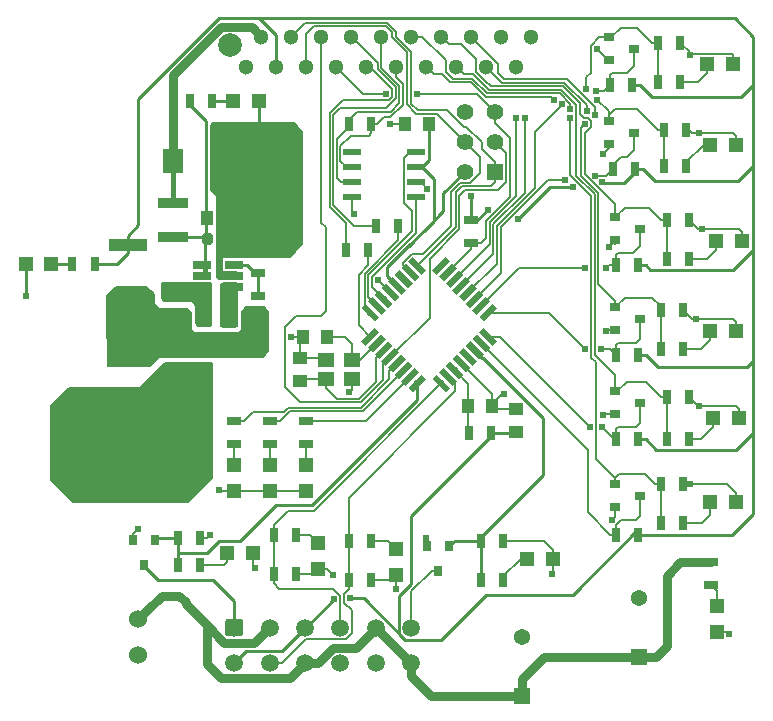
<source format=gtl>
G04 #@! TF.GenerationSoftware,KiCad,Pcbnew,5.1.4-e60b266~84~ubuntu18.04.1*
G04 #@! TF.CreationDate,2019-12-02T22:04:49-05:00*
G04 #@! TF.ProjectId,AIR_control,4149525f-636f-46e7-9472-6f6c2e6b6963,rev?*
G04 #@! TF.SameCoordinates,Original*
G04 #@! TF.FileFunction,Copper,L1,Top*
G04 #@! TF.FilePolarity,Positive*
%FSLAX46Y46*%
G04 Gerber Fmt 4.6, Leading zero omitted, Abs format (unit mm)*
G04 Created by KiCad (PCBNEW 5.1.4-e60b266~84~ubuntu18.04.1) date 2019-12-02 22:04:49*
%MOMM*%
%LPD*%
G04 APERTURE LIST*
%ADD10C,2.000000*%
%ADD11C,1.300000*%
%ADD12C,0.100000*%
%ADD13C,1.500000*%
%ADD14C,1.400000*%
%ADD15R,1.400000X1.400000*%
%ADD16R,0.900000X0.800000*%
%ADD17R,0.700000X1.300000*%
%ADD18R,1.200000X1.200000*%
%ADD19C,1.371600*%
%ADD20R,1.371600X1.371600*%
%ADD21R,0.800000X0.900000*%
%ADD22R,1.000000X1.250000*%
%ADD23R,1.550000X0.600000*%
%ADD24R,1.300000X0.700000*%
%ADD25R,1.250000X1.000000*%
%ADD26C,0.550000*%
%ADD27R,1.400000X1.200000*%
%ADD28R,3.500000X1.780000*%
%ADD29R,2.500000X0.900000*%
%ADD30R,2.000000X1.200000*%
%ADD31R,3.200000X1.000000*%
%ADD32R,1.600000X1.000000*%
%ADD33R,1.778000X2.159000*%
%ADD34C,0.875000*%
%ADD35R,1.560000X0.650000*%
%ADD36C,1.524000*%
%ADD37C,0.609600*%
%ADD38C,0.800000*%
%ADD39C,0.152400*%
%ADD40C,0.250000*%
%ADD41C,0.381000*%
%ADD42C,0.254000*%
%ADD43C,0.762000*%
G04 APERTURE END LIST*
D10*
X118996000Y-52810000D03*
D11*
X144526000Y-52070000D03*
X143256000Y-54610000D03*
X141986000Y-52070000D03*
X140716000Y-54610000D03*
X139446000Y-52070000D03*
X138176000Y-54610000D03*
X136906000Y-52070000D03*
X135636000Y-54610000D03*
X134366000Y-52070000D03*
X133096000Y-54610000D03*
X131826000Y-52070000D03*
X130556000Y-54610000D03*
X129286000Y-52070000D03*
X126746000Y-52070000D03*
X124206000Y-52070000D03*
X121666000Y-52070000D03*
X128016000Y-54610000D03*
X120396000Y-54610000D03*
X122936000Y-54610000D03*
X125476000Y-54610000D03*
D12*
G36*
X119904504Y-101359204D02*
G01*
X119928773Y-101362804D01*
X119952571Y-101368765D01*
X119975671Y-101377030D01*
X119997849Y-101387520D01*
X120018893Y-101400133D01*
X120038598Y-101414747D01*
X120056777Y-101431223D01*
X120073253Y-101449402D01*
X120087867Y-101469107D01*
X120100480Y-101490151D01*
X120110970Y-101512329D01*
X120119235Y-101535429D01*
X120125196Y-101559227D01*
X120128796Y-101583496D01*
X120130000Y-101608000D01*
X120130000Y-102608000D01*
X120128796Y-102632504D01*
X120125196Y-102656773D01*
X120119235Y-102680571D01*
X120110970Y-102703671D01*
X120100480Y-102725849D01*
X120087867Y-102746893D01*
X120073253Y-102766598D01*
X120056777Y-102784777D01*
X120038598Y-102801253D01*
X120018893Y-102815867D01*
X119997849Y-102828480D01*
X119975671Y-102838970D01*
X119952571Y-102847235D01*
X119928773Y-102853196D01*
X119904504Y-102856796D01*
X119880000Y-102858000D01*
X118880000Y-102858000D01*
X118855496Y-102856796D01*
X118831227Y-102853196D01*
X118807429Y-102847235D01*
X118784329Y-102838970D01*
X118762151Y-102828480D01*
X118741107Y-102815867D01*
X118721402Y-102801253D01*
X118703223Y-102784777D01*
X118686747Y-102766598D01*
X118672133Y-102746893D01*
X118659520Y-102725849D01*
X118649030Y-102703671D01*
X118640765Y-102680571D01*
X118634804Y-102656773D01*
X118631204Y-102632504D01*
X118630000Y-102608000D01*
X118630000Y-101608000D01*
X118631204Y-101583496D01*
X118634804Y-101559227D01*
X118640765Y-101535429D01*
X118649030Y-101512329D01*
X118659520Y-101490151D01*
X118672133Y-101469107D01*
X118686747Y-101449402D01*
X118703223Y-101431223D01*
X118721402Y-101414747D01*
X118741107Y-101400133D01*
X118762151Y-101387520D01*
X118784329Y-101377030D01*
X118807429Y-101368765D01*
X118831227Y-101362804D01*
X118855496Y-101359204D01*
X118880000Y-101358000D01*
X119880000Y-101358000D01*
X119904504Y-101359204D01*
X119904504Y-101359204D01*
G37*
D13*
X119380000Y-102108000D03*
X122380000Y-102108000D03*
X125380000Y-102108000D03*
X128380000Y-102108000D03*
X131380000Y-102108000D03*
X134380000Y-102108000D03*
X119380000Y-105108000D03*
X122380000Y-105108000D03*
X125380000Y-105108000D03*
X128380000Y-105108000D03*
X131380000Y-105108000D03*
X134380000Y-105108000D03*
D14*
X138938000Y-58420000D03*
X141478000Y-58420000D03*
X138938000Y-60960000D03*
X141478000Y-60960000D03*
X138938000Y-63500000D03*
D15*
X141478000Y-63500000D03*
D16*
X151096000Y-52136000D03*
X151096000Y-54036000D03*
X153196000Y-53086000D03*
D17*
X157414000Y-75184000D03*
X155514000Y-75184000D03*
X151704000Y-78994000D03*
X153604000Y-78994000D03*
D16*
X153704000Y-75946000D03*
X151604000Y-76896000D03*
X151604000Y-74996000D03*
D17*
X155514000Y-78486000D03*
X157414000Y-78486000D03*
D18*
X159682000Y-76962000D03*
X161882000Y-76962000D03*
D17*
X116520000Y-96774000D03*
X114620000Y-96774000D03*
D19*
X153670000Y-99568000D03*
D20*
X153670000Y-104571800D03*
X143764000Y-107873800D03*
D19*
X143764000Y-102870000D03*
D21*
X112710000Y-94708000D03*
X110810000Y-94708000D03*
X111760000Y-96808000D03*
D22*
X125238000Y-77470000D03*
X127238000Y-77470000D03*
D23*
X129380000Y-65659000D03*
X129380000Y-64389000D03*
X129380000Y-63119000D03*
X129380000Y-61849000D03*
X134780000Y-61849000D03*
X134780000Y-63119000D03*
X134780000Y-64389000D03*
X134780000Y-65659000D03*
D17*
X122748000Y-97536000D03*
X124648000Y-97536000D03*
X114620000Y-94488000D03*
X116520000Y-94488000D03*
X129098000Y-98044000D03*
X130998000Y-98044000D03*
D24*
X139446000Y-67630000D03*
X139446000Y-69530000D03*
D17*
X130998000Y-59436000D03*
X129098000Y-59436000D03*
D16*
X153704000Y-68326000D03*
X151604000Y-69276000D03*
X151604000Y-67376000D03*
D25*
X124968000Y-81264000D03*
X124968000Y-79264000D03*
D17*
X153096000Y-56134000D03*
X151196000Y-56134000D03*
X130998000Y-94742000D03*
X129098000Y-94742000D03*
X157160000Y-55880000D03*
X155260000Y-55880000D03*
D18*
X119380000Y-88308000D03*
X119380000Y-90508000D03*
X125476000Y-90508000D03*
X125476000Y-88308000D03*
D26*
X136915305Y-71468897D03*
D12*
G36*
X136544074Y-72229037D02*
G01*
X136155165Y-71840128D01*
X137286536Y-70708757D01*
X137675445Y-71097666D01*
X136544074Y-72229037D01*
X136544074Y-72229037D01*
G37*
D26*
X137480990Y-72034583D03*
D12*
G36*
X137109759Y-72794723D02*
G01*
X136720850Y-72405814D01*
X137852221Y-71274443D01*
X138241130Y-71663352D01*
X137109759Y-72794723D01*
X137109759Y-72794723D01*
G37*
D26*
X138046676Y-72600268D03*
D12*
G36*
X137675445Y-73360408D02*
G01*
X137286536Y-72971499D01*
X138417907Y-71840128D01*
X138806816Y-72229037D01*
X137675445Y-73360408D01*
X137675445Y-73360408D01*
G37*
D26*
X138612361Y-73165953D03*
D12*
G36*
X138241130Y-73926093D02*
G01*
X137852221Y-73537184D01*
X138983592Y-72405813D01*
X139372501Y-72794722D01*
X138241130Y-73926093D01*
X138241130Y-73926093D01*
G37*
D26*
X139178047Y-73731639D03*
D12*
G36*
X138806816Y-74491779D02*
G01*
X138417907Y-74102870D01*
X139549278Y-72971499D01*
X139938187Y-73360408D01*
X138806816Y-74491779D01*
X138806816Y-74491779D01*
G37*
D26*
X139743732Y-74297324D03*
D12*
G36*
X139372501Y-75057464D02*
G01*
X138983592Y-74668555D01*
X140114963Y-73537184D01*
X140503872Y-73926093D01*
X139372501Y-75057464D01*
X139372501Y-75057464D01*
G37*
D26*
X140309417Y-74863010D03*
D12*
G36*
X139938186Y-75623150D02*
G01*
X139549277Y-75234241D01*
X140680648Y-74102870D01*
X141069557Y-74491779D01*
X139938186Y-75623150D01*
X139938186Y-75623150D01*
G37*
D26*
X140875103Y-75428695D03*
D12*
G36*
X140503872Y-76188835D02*
G01*
X140114963Y-75799926D01*
X141246334Y-74668555D01*
X141635243Y-75057464D01*
X140503872Y-76188835D01*
X140503872Y-76188835D01*
G37*
D26*
X140875103Y-77479305D03*
D12*
G36*
X140114963Y-77108074D02*
G01*
X140503872Y-76719165D01*
X141635243Y-77850536D01*
X141246334Y-78239445D01*
X140114963Y-77108074D01*
X140114963Y-77108074D01*
G37*
D26*
X140309417Y-78044990D03*
D12*
G36*
X139549277Y-77673759D02*
G01*
X139938186Y-77284850D01*
X141069557Y-78416221D01*
X140680648Y-78805130D01*
X139549277Y-77673759D01*
X139549277Y-77673759D01*
G37*
D26*
X139743732Y-78610676D03*
D12*
G36*
X138983592Y-78239445D02*
G01*
X139372501Y-77850536D01*
X140503872Y-78981907D01*
X140114963Y-79370816D01*
X138983592Y-78239445D01*
X138983592Y-78239445D01*
G37*
D26*
X139178047Y-79176361D03*
D12*
G36*
X138417907Y-78805130D02*
G01*
X138806816Y-78416221D01*
X139938187Y-79547592D01*
X139549278Y-79936501D01*
X138417907Y-78805130D01*
X138417907Y-78805130D01*
G37*
D26*
X138612361Y-79742047D03*
D12*
G36*
X137852221Y-79370816D02*
G01*
X138241130Y-78981907D01*
X139372501Y-80113278D01*
X138983592Y-80502187D01*
X137852221Y-79370816D01*
X137852221Y-79370816D01*
G37*
D26*
X138046676Y-80307732D03*
D12*
G36*
X137286536Y-79936501D02*
G01*
X137675445Y-79547592D01*
X138806816Y-80678963D01*
X138417907Y-81067872D01*
X137286536Y-79936501D01*
X137286536Y-79936501D01*
G37*
D26*
X137480990Y-80873417D03*
D12*
G36*
X136720850Y-80502186D02*
G01*
X137109759Y-80113277D01*
X138241130Y-81244648D01*
X137852221Y-81633557D01*
X136720850Y-80502186D01*
X136720850Y-80502186D01*
G37*
D26*
X136915305Y-81439103D03*
D12*
G36*
X136155165Y-81067872D02*
G01*
X136544074Y-80678963D01*
X137675445Y-81810334D01*
X137286536Y-82199243D01*
X136155165Y-81067872D01*
X136155165Y-81067872D01*
G37*
D26*
X134864695Y-81439103D03*
D12*
G36*
X134493464Y-82199243D02*
G01*
X134104555Y-81810334D01*
X135235926Y-80678963D01*
X135624835Y-81067872D01*
X134493464Y-82199243D01*
X134493464Y-82199243D01*
G37*
D26*
X134299010Y-80873417D03*
D12*
G36*
X133927779Y-81633557D02*
G01*
X133538870Y-81244648D01*
X134670241Y-80113277D01*
X135059150Y-80502186D01*
X133927779Y-81633557D01*
X133927779Y-81633557D01*
G37*
D26*
X133733324Y-80307732D03*
D12*
G36*
X133362093Y-81067872D02*
G01*
X132973184Y-80678963D01*
X134104555Y-79547592D01*
X134493464Y-79936501D01*
X133362093Y-81067872D01*
X133362093Y-81067872D01*
G37*
D26*
X133167639Y-79742047D03*
D12*
G36*
X132796408Y-80502187D02*
G01*
X132407499Y-80113278D01*
X133538870Y-78981907D01*
X133927779Y-79370816D01*
X132796408Y-80502187D01*
X132796408Y-80502187D01*
G37*
D26*
X132601953Y-79176361D03*
D12*
G36*
X132230722Y-79936501D02*
G01*
X131841813Y-79547592D01*
X132973184Y-78416221D01*
X133362093Y-78805130D01*
X132230722Y-79936501D01*
X132230722Y-79936501D01*
G37*
D26*
X132036268Y-78610676D03*
D12*
G36*
X131665037Y-79370816D02*
G01*
X131276128Y-78981907D01*
X132407499Y-77850536D01*
X132796408Y-78239445D01*
X131665037Y-79370816D01*
X131665037Y-79370816D01*
G37*
D26*
X131470583Y-78044990D03*
D12*
G36*
X131099352Y-78805130D02*
G01*
X130710443Y-78416221D01*
X131841814Y-77284850D01*
X132230723Y-77673759D01*
X131099352Y-78805130D01*
X131099352Y-78805130D01*
G37*
D26*
X130904897Y-77479305D03*
D12*
G36*
X130533666Y-78239445D02*
G01*
X130144757Y-77850536D01*
X131276128Y-76719165D01*
X131665037Y-77108074D01*
X130533666Y-78239445D01*
X130533666Y-78239445D01*
G37*
D26*
X130904897Y-75428695D03*
D12*
G36*
X130144757Y-75057464D02*
G01*
X130533666Y-74668555D01*
X131665037Y-75799926D01*
X131276128Y-76188835D01*
X130144757Y-75057464D01*
X130144757Y-75057464D01*
G37*
D26*
X131470583Y-74863010D03*
D12*
G36*
X130710443Y-74491779D02*
G01*
X131099352Y-74102870D01*
X132230723Y-75234241D01*
X131841814Y-75623150D01*
X130710443Y-74491779D01*
X130710443Y-74491779D01*
G37*
D26*
X132036268Y-74297324D03*
D12*
G36*
X131276128Y-73926093D02*
G01*
X131665037Y-73537184D01*
X132796408Y-74668555D01*
X132407499Y-75057464D01*
X131276128Y-73926093D01*
X131276128Y-73926093D01*
G37*
D26*
X132601953Y-73731639D03*
D12*
G36*
X131841813Y-73360408D02*
G01*
X132230722Y-72971499D01*
X133362093Y-74102870D01*
X132973184Y-74491779D01*
X131841813Y-73360408D01*
X131841813Y-73360408D01*
G37*
D26*
X133167639Y-73165953D03*
D12*
G36*
X132407499Y-72794722D02*
G01*
X132796408Y-72405813D01*
X133927779Y-73537184D01*
X133538870Y-73926093D01*
X132407499Y-72794722D01*
X132407499Y-72794722D01*
G37*
D26*
X133733324Y-72600268D03*
D12*
G36*
X132973184Y-72229037D02*
G01*
X133362093Y-71840128D01*
X134493464Y-72971499D01*
X134104555Y-73360408D01*
X132973184Y-72229037D01*
X132973184Y-72229037D01*
G37*
D26*
X134299010Y-72034583D03*
D12*
G36*
X133538870Y-71663352D02*
G01*
X133927779Y-71274443D01*
X135059150Y-72405814D01*
X134670241Y-72794723D01*
X133538870Y-71663352D01*
X133538870Y-71663352D01*
G37*
D26*
X134864695Y-71468897D03*
D12*
G36*
X134104555Y-71097666D02*
G01*
X134493464Y-70708757D01*
X135624835Y-71840128D01*
X135235926Y-72229037D01*
X134104555Y-71097666D01*
X134104555Y-71097666D01*
G37*
D24*
X119380000Y-84648000D03*
X119380000Y-86548000D03*
D27*
X127170000Y-79464000D03*
X129370000Y-79464000D03*
X129370000Y-81064000D03*
X127170000Y-81064000D03*
D17*
X128844000Y-70104000D03*
X130744000Y-70104000D03*
D22*
X135874000Y-59436000D03*
X133874000Y-59436000D03*
D17*
X151704000Y-94234000D03*
X153604000Y-94234000D03*
D18*
X144188000Y-96266000D03*
X146388000Y-96266000D03*
D24*
X125476000Y-86548000D03*
X125476000Y-84648000D03*
D17*
X122748000Y-94234000D03*
X124648000Y-94234000D03*
X155514000Y-93218000D03*
X157414000Y-93218000D03*
D16*
X153704000Y-90932000D03*
X151604000Y-91882000D03*
X151604000Y-89982000D03*
D17*
X156022000Y-67564000D03*
X157922000Y-67564000D03*
X142174000Y-98044000D03*
X140274000Y-98044000D03*
X153604000Y-86106000D03*
X151704000Y-86106000D03*
X156022000Y-82550000D03*
X157922000Y-82550000D03*
D18*
X122428000Y-90508000D03*
X122428000Y-88308000D03*
X120988000Y-95758000D03*
X118788000Y-95758000D03*
D25*
X143256000Y-85582000D03*
X143256000Y-83582000D03*
D18*
X126492000Y-94912000D03*
X126492000Y-97112000D03*
D24*
X122428000Y-86548000D03*
X122428000Y-84648000D03*
D21*
X137602000Y-95216000D03*
X135702000Y-95216000D03*
X136652000Y-97316000D03*
D17*
X151704000Y-71374000D03*
X153604000Y-71374000D03*
X133284000Y-68072000D03*
X131384000Y-68072000D03*
X156022000Y-86106000D03*
X157922000Y-86106000D03*
X157414000Y-89916000D03*
X155514000Y-89916000D03*
D18*
X160274000Y-102446000D03*
X160274000Y-100246000D03*
D24*
X159766000Y-98486000D03*
X159766000Y-96586000D03*
D17*
X157922000Y-70866000D03*
X156022000Y-70866000D03*
X141158000Y-85598000D03*
X139258000Y-85598000D03*
D22*
X139208000Y-83312000D03*
X141208000Y-83312000D03*
D18*
X133096000Y-97620000D03*
X133096000Y-95420000D03*
D16*
X153704000Y-83058000D03*
X151604000Y-84008000D03*
X151604000Y-82108000D03*
D17*
X157160000Y-52578000D03*
X155260000Y-52578000D03*
X140274000Y-94742000D03*
X142174000Y-94742000D03*
D28*
X110363000Y-78473300D03*
X110363000Y-83753300D03*
D22*
X118983000Y-75615800D03*
X116983000Y-75615800D03*
D29*
X114236500Y-66164800D03*
X114236500Y-69064800D03*
D30*
X114297460Y-73520700D03*
X114297460Y-76720700D03*
D24*
X121412000Y-75938420D03*
X121412000Y-74038420D03*
X121412000Y-70152220D03*
X121412000Y-72052220D03*
D17*
X107564000Y-71344000D03*
X105664000Y-71344000D03*
D31*
X110357920Y-69672200D03*
X110357920Y-75872200D03*
D32*
X116713000Y-78092300D03*
X116713000Y-81092300D03*
D25*
X114363500Y-78616300D03*
X114363500Y-80616300D03*
D33*
X118300500Y-62598300D03*
X114236500Y-62598300D03*
D18*
X103914000Y-71344000D03*
X101714000Y-71344000D03*
X119264000Y-57544000D03*
X121464000Y-57544000D03*
D17*
X115614000Y-57544000D03*
X117514000Y-57544000D03*
D22*
X119094000Y-67396360D03*
X117094000Y-67396360D03*
D12*
G36*
X117356191Y-68728353D02*
G01*
X117377426Y-68731503D01*
X117398250Y-68736719D01*
X117418462Y-68743951D01*
X117437868Y-68753130D01*
X117456281Y-68764166D01*
X117473524Y-68776954D01*
X117489430Y-68791370D01*
X117503846Y-68807276D01*
X117516634Y-68824519D01*
X117527670Y-68842932D01*
X117536849Y-68862338D01*
X117544081Y-68882550D01*
X117549297Y-68903374D01*
X117552447Y-68924609D01*
X117553500Y-68946050D01*
X117553500Y-69458550D01*
X117552447Y-69479991D01*
X117549297Y-69501226D01*
X117544081Y-69522050D01*
X117536849Y-69542262D01*
X117527670Y-69561668D01*
X117516634Y-69580081D01*
X117503846Y-69597324D01*
X117489430Y-69613230D01*
X117473524Y-69627646D01*
X117456281Y-69640434D01*
X117437868Y-69651470D01*
X117418462Y-69660649D01*
X117398250Y-69667881D01*
X117377426Y-69673097D01*
X117356191Y-69676247D01*
X117334750Y-69677300D01*
X116897250Y-69677300D01*
X116875809Y-69676247D01*
X116854574Y-69673097D01*
X116833750Y-69667881D01*
X116813538Y-69660649D01*
X116794132Y-69651470D01*
X116775719Y-69640434D01*
X116758476Y-69627646D01*
X116742570Y-69613230D01*
X116728154Y-69597324D01*
X116715366Y-69580081D01*
X116704330Y-69561668D01*
X116695151Y-69542262D01*
X116687919Y-69522050D01*
X116682703Y-69501226D01*
X116679553Y-69479991D01*
X116678500Y-69458550D01*
X116678500Y-68946050D01*
X116679553Y-68924609D01*
X116682703Y-68903374D01*
X116687919Y-68882550D01*
X116695151Y-68862338D01*
X116704330Y-68842932D01*
X116715366Y-68824519D01*
X116728154Y-68807276D01*
X116742570Y-68791370D01*
X116758476Y-68776954D01*
X116775719Y-68764166D01*
X116794132Y-68753130D01*
X116813538Y-68743951D01*
X116833750Y-68736719D01*
X116854574Y-68731503D01*
X116875809Y-68728353D01*
X116897250Y-68727300D01*
X117334750Y-68727300D01*
X117356191Y-68728353D01*
X117356191Y-68728353D01*
G37*
D34*
X117116000Y-69202300D03*
D12*
G36*
X118931191Y-68728353D02*
G01*
X118952426Y-68731503D01*
X118973250Y-68736719D01*
X118993462Y-68743951D01*
X119012868Y-68753130D01*
X119031281Y-68764166D01*
X119048524Y-68776954D01*
X119064430Y-68791370D01*
X119078846Y-68807276D01*
X119091634Y-68824519D01*
X119102670Y-68842932D01*
X119111849Y-68862338D01*
X119119081Y-68882550D01*
X119124297Y-68903374D01*
X119127447Y-68924609D01*
X119128500Y-68946050D01*
X119128500Y-69458550D01*
X119127447Y-69479991D01*
X119124297Y-69501226D01*
X119119081Y-69522050D01*
X119111849Y-69542262D01*
X119102670Y-69561668D01*
X119091634Y-69580081D01*
X119078846Y-69597324D01*
X119064430Y-69613230D01*
X119048524Y-69627646D01*
X119031281Y-69640434D01*
X119012868Y-69651470D01*
X118993462Y-69660649D01*
X118973250Y-69667881D01*
X118952426Y-69673097D01*
X118931191Y-69676247D01*
X118909750Y-69677300D01*
X118472250Y-69677300D01*
X118450809Y-69676247D01*
X118429574Y-69673097D01*
X118408750Y-69667881D01*
X118388538Y-69660649D01*
X118369132Y-69651470D01*
X118350719Y-69640434D01*
X118333476Y-69627646D01*
X118317570Y-69613230D01*
X118303154Y-69597324D01*
X118290366Y-69580081D01*
X118279330Y-69561668D01*
X118270151Y-69542262D01*
X118262919Y-69522050D01*
X118257703Y-69501226D01*
X118254553Y-69479991D01*
X118253500Y-69458550D01*
X118253500Y-68946050D01*
X118254553Y-68924609D01*
X118257703Y-68903374D01*
X118262919Y-68882550D01*
X118270151Y-68862338D01*
X118279330Y-68842932D01*
X118290366Y-68824519D01*
X118303154Y-68807276D01*
X118317570Y-68791370D01*
X118333476Y-68776954D01*
X118350719Y-68764166D01*
X118369132Y-68753130D01*
X118388538Y-68743951D01*
X118408750Y-68736719D01*
X118429574Y-68731503D01*
X118450809Y-68728353D01*
X118472250Y-68727300D01*
X118909750Y-68727300D01*
X118931191Y-68728353D01*
X118931191Y-68728353D01*
G37*
D34*
X118691000Y-69202300D03*
D35*
X119348200Y-73271600D03*
X119348200Y-72321600D03*
X119348200Y-71371600D03*
X116648200Y-71371600D03*
X116648200Y-73271600D03*
X116648200Y-72321600D03*
D18*
X159428000Y-54356000D03*
X161628000Y-54356000D03*
X160190000Y-69342000D03*
X162390000Y-69342000D03*
X162136000Y-84328000D03*
X159936000Y-84328000D03*
X161882000Y-91440000D03*
X159682000Y-91440000D03*
X159682000Y-61214000D03*
X161882000Y-61214000D03*
D16*
X151096000Y-59248000D03*
X151096000Y-61148000D03*
X153196000Y-60198000D03*
D17*
X155768000Y-62992000D03*
X157668000Y-62992000D03*
X157668000Y-59944000D03*
X155768000Y-59944000D03*
X153350000Y-63246000D03*
X151450000Y-63246000D03*
D36*
X111252000Y-104394000D03*
X111252000Y-101396800D03*
D37*
X142240000Y-82296000D03*
D38*
X111564420Y-88663780D03*
X114899440Y-88628220D03*
X106728260Y-88663780D03*
X108828840Y-88663780D03*
X123758960Y-69349620D03*
X123771660Y-66520060D03*
X123733560Y-63550800D03*
X123733560Y-60396120D03*
X121935240Y-60332620D03*
X119054880Y-60319920D03*
X105374440Y-85798660D03*
D37*
X131572000Y-72644000D03*
X158496000Y-75946000D03*
X158750000Y-83312000D03*
X159004000Y-68326000D03*
X157988000Y-53594000D03*
X150114000Y-53086000D03*
X132588000Y-59436000D03*
X129144171Y-82183829D03*
X118110000Y-90424000D03*
X146304000Y-97536000D03*
X111258631Y-93732631D03*
X117348000Y-94234000D03*
X121158000Y-97028000D03*
X135712190Y-64929670D03*
X157988000Y-89916000D03*
X101714000Y-74013360D03*
X124206000Y-77470000D03*
X158750000Y-60198000D03*
X129540000Y-67056000D03*
X127762000Y-97629600D03*
X161290000Y-102616000D03*
X135636000Y-94488000D03*
X133096000Y-98806000D03*
X150622000Y-84074000D03*
X150876000Y-76962000D03*
X151409400Y-92964000D03*
X150647400Y-61976000D03*
X151130000Y-69850000D03*
X129218210Y-99617371D03*
X140885296Y-66717296D03*
X143429237Y-67483237D03*
X139446000Y-65571619D03*
X127846600Y-99691171D03*
X148082000Y-64770000D03*
X150502388Y-64381612D03*
X132221961Y-56896000D03*
X134899400Y-56896000D03*
X144018000Y-58928000D03*
X143256000Y-58928000D03*
X149069966Y-59462717D03*
X149943644Y-58712153D03*
X146469851Y-57403999D03*
X149195809Y-56544191D03*
X147127538Y-57788828D03*
X149983209Y-56653307D03*
X150850589Y-71628000D03*
X149072600Y-71628000D03*
X149072600Y-78486000D03*
X150444210Y-78486000D03*
X150545780Y-85090000D03*
X149478979Y-85090000D03*
X147828000Y-58928000D03*
X149250361Y-58395916D03*
X147828000Y-58166000D03*
X150114000Y-57404000D03*
X147400445Y-64185800D03*
X149963571Y-63842795D03*
D39*
X142099000Y-82296000D02*
X142240000Y-82296000D01*
X141208000Y-83312000D02*
X141208000Y-83187000D01*
X141478000Y-83582000D02*
X141208000Y-83312000D01*
X143256000Y-83582000D02*
X141478000Y-83582000D01*
X141208000Y-83187000D02*
X142099000Y-82296000D01*
D40*
X106728260Y-88663780D02*
X106626660Y-88765380D01*
D41*
X123771660Y-63588900D02*
X123733560Y-63550800D01*
X121998740Y-60396120D02*
X121935240Y-60332620D01*
X119054880Y-61843920D02*
X118300500Y-62598300D01*
D39*
X118300500Y-62407800D02*
X118300500Y-62598300D01*
D42*
X110363000Y-87462360D02*
X111564420Y-88663780D01*
X110363000Y-83753300D02*
X110363000Y-87462360D01*
X118600320Y-68899120D02*
X118903500Y-69202300D01*
X118600320Y-67396360D02*
X118600320Y-68899120D01*
X118903500Y-69327300D02*
X118903500Y-69202300D01*
X119728420Y-70152220D02*
X118903500Y-69327300D01*
X121000520Y-70152220D02*
X119728420Y-70152220D01*
X122956360Y-70152220D02*
X123758960Y-69349620D01*
X121000520Y-70152220D02*
X122956360Y-70152220D01*
X121464000Y-59861380D02*
X121935240Y-60332620D01*
X121464000Y-57544000D02*
X121464000Y-59861380D01*
X114839500Y-81092300D02*
X114363500Y-80616300D01*
X116713000Y-81092300D02*
X114839500Y-81092300D01*
X111101500Y-83753300D02*
X110363000Y-83753300D01*
X114238500Y-80616300D02*
X111101500Y-83753300D01*
X114363500Y-80616300D02*
X114238500Y-80616300D01*
X118314200Y-72321600D02*
X119098200Y-72321600D01*
X118288799Y-72296199D02*
X118314200Y-72321600D01*
X118288799Y-70696001D02*
X118288799Y-72296199D01*
X118903500Y-70081300D02*
X118288799Y-70696001D01*
X118903500Y-69202300D02*
X118903500Y-70081300D01*
X118300500Y-61074300D02*
X119054880Y-60319920D01*
X118300500Y-62598300D02*
X118300500Y-61074300D01*
X101714000Y-71344000D02*
X101714000Y-74013360D01*
D39*
X132601953Y-73731639D02*
X132601953Y-73673953D01*
X132601953Y-73673953D02*
X131572000Y-72644000D01*
X141208000Y-82337686D02*
X138612361Y-79742047D01*
X141208000Y-83312000D02*
X141208000Y-82337686D01*
X151604000Y-84008000D02*
X150688000Y-84008000D01*
X150688000Y-84008000D02*
X150622000Y-84074000D01*
X161618400Y-75946000D02*
X158496000Y-75946000D01*
X161882000Y-76962000D02*
X161882000Y-76209600D01*
X161882000Y-76209600D02*
X161618400Y-75946000D01*
X158176000Y-75946000D02*
X157414000Y-75184000D01*
X158496000Y-75946000D02*
X158176000Y-75946000D01*
X161872400Y-83312000D02*
X158750000Y-83312000D01*
X162136000Y-84328000D02*
X162136000Y-83575600D01*
X162136000Y-83575600D02*
X161872400Y-83312000D01*
X158684000Y-83312000D02*
X157922000Y-82550000D01*
X158750000Y-83312000D02*
X158684000Y-83312000D01*
X158684000Y-68326000D02*
X157922000Y-67564000D01*
X159004000Y-68326000D02*
X158684000Y-68326000D01*
X151604000Y-69276000D02*
X151604000Y-69604590D01*
X158054601Y-53527399D02*
X157988000Y-53594000D01*
X161551799Y-53527399D02*
X158054601Y-53527399D01*
X161628000Y-54356000D02*
X161628000Y-53603600D01*
X161628000Y-53603600D02*
X161551799Y-53527399D01*
X157988000Y-53406000D02*
X157160000Y-52578000D01*
X157988000Y-53594000D02*
X157988000Y-53406000D01*
X151096000Y-54036000D02*
X151064000Y-54036000D01*
X151064000Y-54036000D02*
X150114000Y-53086000D01*
X133874000Y-59436000D02*
X132588000Y-59436000D01*
X129370000Y-81064000D02*
X129370000Y-81958000D01*
X129370000Y-81958000D02*
X129144171Y-82183829D01*
X129270000Y-81064000D02*
X129370000Y-81064000D01*
X127170000Y-79464000D02*
X127670000Y-79464000D01*
X126970000Y-79264000D02*
X127170000Y-79464000D01*
X124968000Y-79264000D02*
X126970000Y-79264000D01*
X124968000Y-77740000D02*
X125238000Y-77470000D01*
X124968000Y-79264000D02*
X124968000Y-77740000D01*
X120132400Y-90508000D02*
X122428000Y-90508000D01*
X119380000Y-90508000D02*
X120132400Y-90508000D01*
X123180400Y-90508000D02*
X125476000Y-90508000D01*
X122428000Y-90508000D02*
X123180400Y-90508000D01*
X119380000Y-90508000D02*
X118194000Y-90508000D01*
X118194000Y-90508000D02*
X118110000Y-90424000D01*
X132672000Y-98044000D02*
X133096000Y-97620000D01*
X130998000Y-98044000D02*
X132672000Y-98044000D01*
X146388000Y-95513600D02*
X146388000Y-96266000D01*
X145616400Y-94742000D02*
X146388000Y-95513600D01*
X142174000Y-94742000D02*
X145616400Y-94742000D01*
X146388000Y-96266000D02*
X146388000Y-97452000D01*
X146388000Y-97452000D02*
X146304000Y-97536000D01*
X110810000Y-94708000D02*
X110810000Y-94181262D01*
X110810000Y-94181262D02*
X111258631Y-93732631D01*
X116520000Y-94488000D02*
X117094000Y-94488000D01*
X117094000Y-94488000D02*
X117348000Y-94234000D01*
X120988000Y-95758000D02*
X120988000Y-96858000D01*
X120988000Y-96858000D02*
X121158000Y-97028000D01*
X126068000Y-97536000D02*
X126492000Y-97112000D01*
X124648000Y-97536000D02*
X126068000Y-97536000D01*
X134780000Y-64389000D02*
X135171520Y-64389000D01*
X135171520Y-64389000D02*
X135712190Y-64929670D01*
X157414000Y-89916000D02*
X157988000Y-89916000D01*
X158419052Y-89916000D02*
X157988000Y-89916000D01*
X161110400Y-89916000D02*
X158419052Y-89916000D01*
X161882000Y-90687600D02*
X161110400Y-89916000D01*
X161882000Y-91440000D02*
X161882000Y-90687600D01*
X160274000Y-102446000D02*
X161120000Y-102446000D01*
X161120000Y-102446000D02*
X161290000Y-102616000D01*
X125238000Y-77470000D02*
X124206000Y-77470000D01*
X126492000Y-97112000D02*
X127244400Y-97112000D01*
X127244400Y-97112000D02*
X127762000Y-97629600D01*
X161882000Y-61214000D02*
X161882000Y-60461600D01*
X161618400Y-60198000D02*
X158750000Y-60198000D01*
X161882000Y-60461600D02*
X161618400Y-60198000D01*
X158176000Y-60198000D02*
X157668000Y-59690000D01*
X158750000Y-60198000D02*
X158176000Y-60198000D01*
X129380000Y-66896000D02*
X129540000Y-67056000D01*
X129380000Y-65659000D02*
X129380000Y-66896000D01*
X135702000Y-95216000D02*
X135702000Y-94554000D01*
X135702000Y-94554000D02*
X135636000Y-94488000D01*
X133096000Y-97620000D02*
X133096000Y-98806000D01*
X151604000Y-91882000D02*
X151450000Y-91882000D01*
X151604000Y-76896000D02*
X150942000Y-76896000D01*
X150942000Y-76896000D02*
X150876000Y-76962000D01*
X151604000Y-91882000D02*
X151604000Y-92769400D01*
X151604000Y-92769400D02*
X151409400Y-92964000D01*
X151096000Y-61148000D02*
X151096000Y-61527400D01*
X151096000Y-61527400D02*
X150647400Y-61976000D01*
X162390000Y-68589600D02*
X162390000Y-69342000D01*
X162126400Y-68326000D02*
X162390000Y-68589600D01*
X159004000Y-68326000D02*
X162126400Y-68326000D01*
X151604000Y-69276000D02*
X151604000Y-69376000D01*
X151604000Y-69376000D02*
X151130000Y-69850000D01*
X143256000Y-85582000D02*
X143381000Y-85582000D01*
D42*
X109440120Y-71344000D02*
X108168000Y-71344000D01*
X110357920Y-70426200D02*
X109440120Y-71344000D01*
X108168000Y-71344000D02*
X107564000Y-71344000D01*
X110357920Y-69672200D02*
X110357920Y-70426200D01*
X135874000Y-62500000D02*
X135255000Y-63119000D01*
X135874000Y-59436000D02*
X135874000Y-62500000D01*
X154208000Y-86106000D02*
X153604000Y-86106000D01*
X155137401Y-87035401D02*
X154208000Y-86106000D01*
X161884599Y-87035401D02*
X155137401Y-87035401D01*
X135874000Y-59311000D02*
X135874000Y-59436000D01*
X143240000Y-85598000D02*
X143256000Y-85582000D01*
X141158000Y-85598000D02*
X143240000Y-85598000D01*
X139446000Y-67630000D02*
X139446000Y-66446400D01*
X111252000Y-68024120D02*
X110357920Y-68918200D01*
X110357920Y-68918200D02*
X110357920Y-69672200D01*
X111252000Y-57350606D02*
X111252000Y-68024120D01*
X118071627Y-50530979D02*
X111252000Y-57350606D01*
X135255000Y-63119000D02*
X134780000Y-63119000D01*
X132334000Y-72332314D02*
X133167639Y-73165953D01*
X134125214Y-69819728D02*
X132334000Y-71610942D01*
X132334000Y-71610942D02*
X132334000Y-72332314D01*
X153604000Y-86406000D02*
X153604000Y-86106000D01*
X123409401Y-104078599D02*
X125380000Y-102108000D01*
X119380000Y-105108000D02*
X120409401Y-104078599D01*
X120409401Y-104078599D02*
X123409401Y-104078599D01*
X154208000Y-78994000D02*
X153604000Y-78994000D01*
X161639521Y-71795401D02*
X154629401Y-71795401D01*
X163322000Y-70112922D02*
X161639521Y-71795401D01*
X163322000Y-63500000D02*
X163322000Y-70112922D01*
X154208000Y-71374000D02*
X153604000Y-71374000D01*
X154629401Y-71795401D02*
X154208000Y-71374000D01*
X153954000Y-63246000D02*
X153350000Y-63246000D01*
X153700000Y-56134000D02*
X153096000Y-56134000D01*
X139446000Y-67630000D02*
X139972592Y-67630000D01*
X139972592Y-67630000D02*
X140885296Y-66717296D01*
X139446000Y-66446400D02*
X139446000Y-65571619D01*
X122936000Y-51964486D02*
X122936000Y-52578000D01*
X121502493Y-50530979D02*
X122936000Y-51964486D01*
X118071627Y-50530979D02*
X121502493Y-50530979D01*
X122936000Y-52578000D02*
X122936000Y-54610000D01*
X163322000Y-52070000D02*
X163322000Y-55880000D01*
X161782979Y-50530979D02*
X163322000Y-52070000D01*
X121502493Y-50530979D02*
X161782979Y-50530979D01*
X161884599Y-87035401D02*
X163322000Y-85598000D01*
X141158000Y-85898000D02*
X141158000Y-85598000D01*
X133350599Y-99416019D02*
X134366000Y-98400618D01*
X133350599Y-102602113D02*
X133350599Y-99416019D01*
X134366000Y-92690000D02*
X141158000Y-85898000D01*
X134366000Y-98400618D02*
X134366000Y-92690000D01*
X133357243Y-102608757D02*
X133350599Y-102602113D01*
X129218210Y-99617371D02*
X130365857Y-99617371D01*
X130365857Y-99617371D02*
X133885887Y-103137401D01*
X153096000Y-56434000D02*
X153096000Y-56134000D01*
X148062000Y-99314000D02*
X153604000Y-93772000D01*
X133885887Y-103137401D02*
X136892599Y-103137401D01*
X136892599Y-103137401D02*
X140716000Y-99314000D01*
X140716000Y-99314000D02*
X148062000Y-99314000D01*
X125429771Y-102108000D02*
X125380000Y-102108000D01*
X127846600Y-99691171D02*
X125429771Y-102108000D01*
X163322000Y-78232000D02*
X163322000Y-70112922D01*
X161544000Y-94234000D02*
X163322000Y-92456000D01*
X153604000Y-94234000D02*
X161544000Y-94234000D01*
X162814000Y-80010000D02*
X163322000Y-79502000D01*
X154208000Y-78994000D02*
X155224000Y-80010000D01*
X163322000Y-92456000D02*
X163322000Y-79502000D01*
X155224000Y-80010000D02*
X162814000Y-80010000D01*
X163322000Y-79502000D02*
X163322000Y-78232000D01*
X154970000Y-64262000D02*
X162052000Y-64262000D01*
X153954000Y-63246000D02*
X154970000Y-64262000D01*
X162052000Y-64262000D02*
X163322000Y-62992000D01*
X163322000Y-62992000D02*
X163322000Y-63500000D01*
X153700000Y-56134000D02*
X154716000Y-57150000D01*
X163322000Y-55880000D02*
X163322000Y-56134000D01*
X162306000Y-57150000D02*
X163322000Y-56134000D01*
X154716000Y-57150000D02*
X162306000Y-57150000D01*
X163322000Y-56134000D02*
X163322000Y-62992000D01*
X153350000Y-63546000D02*
X153350000Y-63246000D01*
X152394776Y-64501224D02*
X153350000Y-63546000D01*
X150622000Y-64501224D02*
X152394776Y-64501224D01*
X150502388Y-64381612D02*
X150622000Y-64501224D01*
X146142474Y-64770000D02*
X146558000Y-64770000D01*
X143429237Y-67483237D02*
X146142474Y-64770000D01*
X146558000Y-64770000D02*
X148082000Y-64770000D01*
X136296391Y-64160391D02*
X135255000Y-63119000D01*
X136296391Y-67665609D02*
X136296391Y-64160391D01*
X135636000Y-68326000D02*
X136296391Y-67665609D01*
X134125214Y-69819728D02*
X135618942Y-68326000D01*
X135618942Y-68326000D02*
X135636000Y-68326000D01*
X134142272Y-69819728D02*
X134125214Y-69819728D01*
X137094171Y-66867829D02*
X134142272Y-69819728D01*
X138938000Y-63500000D02*
X137094171Y-65343829D01*
X137094171Y-65343829D02*
X137094171Y-66867829D01*
D41*
X116898200Y-71371600D02*
X116898200Y-72321600D01*
D42*
X117025320Y-69080480D02*
X116903500Y-69202300D01*
X117025320Y-67396360D02*
X117025320Y-69080480D01*
X116903500Y-71366300D02*
X116898200Y-71371600D01*
X116903500Y-69202300D02*
X116903500Y-71366300D01*
X116766000Y-69064800D02*
X116903500Y-69202300D01*
X114236500Y-69064800D02*
X116766000Y-69064800D01*
X115614000Y-57544000D02*
X115614000Y-57844000D01*
X117025320Y-66821360D02*
X117025320Y-67396360D01*
X115614000Y-57844000D02*
X117025320Y-59255320D01*
X117025320Y-59255320D02*
X117025320Y-66821360D01*
X119098200Y-75500600D02*
X118983000Y-75615800D01*
X119348200Y-73271600D02*
X119348200Y-74199800D01*
X118983000Y-74565000D02*
X118983000Y-75615800D01*
X119348200Y-74199800D02*
X118983000Y-74565000D01*
D40*
X114546560Y-73271600D02*
X114297460Y-73520700D01*
D42*
X116898200Y-75531000D02*
X116983000Y-75615800D01*
X116898200Y-73271600D02*
X116898200Y-75531000D01*
X114297460Y-73520700D02*
X116649100Y-73520700D01*
X116649100Y-73520700D02*
X116898200Y-73271600D01*
D40*
X120985280Y-75938420D02*
X121285280Y-75938420D01*
X110363000Y-75877280D02*
X110357920Y-75872200D01*
X114297460Y-78526640D02*
X114386360Y-78615540D01*
X110505240Y-78615540D02*
X110363000Y-78473300D01*
D42*
X110357920Y-78468220D02*
X110363000Y-78473300D01*
X110357920Y-75872200D02*
X110357920Y-78468220D01*
X110506000Y-78616300D02*
X110363000Y-78473300D01*
X114363500Y-78616300D02*
X110506000Y-78616300D01*
X114297460Y-78550260D02*
X114363500Y-78616300D01*
X114297460Y-76720700D02*
X114297460Y-78550260D01*
X114887500Y-78092300D02*
X114363500Y-78616300D01*
X116713000Y-78092300D02*
X114887500Y-78092300D01*
X120985280Y-76542420D02*
X120985280Y-75938420D01*
X119435400Y-78092300D02*
X120985280Y-76542420D01*
X116713000Y-78092300D02*
X119435400Y-78092300D01*
X119264000Y-57544000D02*
X117514000Y-57544000D01*
X105664000Y-71344000D02*
X103914000Y-71344000D01*
X121000520Y-74023180D02*
X120985280Y-74038420D01*
X120319900Y-71371600D02*
X119098200Y-71371600D01*
X121412000Y-72052220D02*
X121412000Y-74038420D01*
X120431380Y-71371600D02*
X120319900Y-71371600D01*
X121112000Y-72052220D02*
X120431380Y-71371600D01*
X121412000Y-72052220D02*
X121112000Y-72052220D01*
D39*
X139208000Y-85548000D02*
X139258000Y-85598000D01*
X139208000Y-83312000D02*
X139208000Y-85548000D01*
X139208000Y-81469056D02*
X139208000Y-83312000D01*
X138046676Y-80307732D02*
X139208000Y-81469056D01*
X125168000Y-81064000D02*
X124968000Y-81264000D01*
X127170000Y-81064000D02*
X125168000Y-81064000D01*
X127170000Y-81816400D02*
X127170000Y-81064000D01*
X129957704Y-82717230D02*
X128070830Y-82717230D01*
X131399873Y-81275061D02*
X129957704Y-82717230D01*
X128070830Y-82717230D02*
X127170000Y-81816400D01*
X131399873Y-79247071D02*
X131399873Y-81275061D01*
X132036268Y-78610676D02*
X131399873Y-79247071D01*
X130051573Y-79464000D02*
X129370000Y-79464000D01*
X131470583Y-78044990D02*
X130051573Y-79464000D01*
X129370000Y-79464000D02*
X129370000Y-78062000D01*
X128778000Y-77470000D02*
X127238000Y-77470000D01*
X129370000Y-78062000D02*
X128778000Y-77470000D01*
X132418000Y-94742000D02*
X133096000Y-95420000D01*
X130998000Y-94742000D02*
X132418000Y-94742000D01*
X118252000Y-95758000D02*
X118788000Y-95758000D01*
X118524400Y-96774000D02*
X118788000Y-96510400D01*
X118788000Y-96510400D02*
X118788000Y-95758000D01*
X116520000Y-96774000D02*
X118524400Y-96774000D01*
X125814000Y-94234000D02*
X126492000Y-94912000D01*
X124648000Y-94234000D02*
X125814000Y-94234000D01*
X143652000Y-96266000D02*
X144188000Y-96266000D01*
X142174000Y-97744000D02*
X143652000Y-96266000D01*
X142174000Y-98044000D02*
X142174000Y-97744000D01*
X159428000Y-55108400D02*
X159428000Y-54356000D01*
X158656400Y-55880000D02*
X159428000Y-55108400D01*
X157160000Y-55880000D02*
X158656400Y-55880000D01*
X160190000Y-70094400D02*
X160190000Y-69342000D01*
X159418400Y-70866000D02*
X160190000Y-70094400D01*
X157922000Y-70866000D02*
X159418400Y-70866000D01*
X160274000Y-98994000D02*
X159766000Y-98486000D01*
X160274000Y-100246000D02*
X160274000Y-98994000D01*
X157414000Y-78486000D02*
X158910400Y-78486000D01*
X158910400Y-78486000D02*
X159682000Y-77714400D01*
X159682000Y-77714400D02*
X159682000Y-76962000D01*
X159936000Y-85080400D02*
X159936000Y-84328000D01*
X157922000Y-86106000D02*
X158910400Y-86106000D01*
X158910400Y-86106000D02*
X159936000Y-85080400D01*
X122428000Y-88308000D02*
X122428000Y-86548000D01*
X119380000Y-88308000D02*
X119380000Y-86548000D01*
X159682000Y-92540000D02*
X159682000Y-91440000D01*
X157414000Y-93218000D02*
X159004000Y-93218000D01*
X159004000Y-93218000D02*
X159682000Y-92540000D01*
X125476000Y-88308000D02*
X125476000Y-86548000D01*
D41*
X114188860Y-62550660D02*
X114236500Y-62598300D01*
X114068860Y-62430660D02*
X114236500Y-62598300D01*
X114236500Y-62598300D02*
X114236500Y-66164800D01*
D43*
X120872599Y-51276599D02*
X121666000Y-52070000D01*
X118259967Y-51276599D02*
X120872599Y-51276599D01*
X114236500Y-62598300D02*
X114236500Y-55300066D01*
X114236500Y-55300066D02*
X118259967Y-51276599D01*
D39*
X122748000Y-94234000D02*
X122748000Y-97536000D01*
X122748000Y-93431600D02*
X123977600Y-92202000D01*
X122748000Y-94234000D02*
X122748000Y-93431600D01*
X126152408Y-92202000D02*
X136915305Y-81439103D01*
X123977600Y-92202000D02*
X126152408Y-92202000D01*
X127762000Y-98806000D02*
X128380000Y-99424000D01*
X123215600Y-98806000D02*
X127762000Y-98806000D01*
X122748000Y-98338400D02*
X123215600Y-98806000D01*
X128380000Y-99424000D02*
X128380000Y-102108000D01*
X122748000Y-97536000D02*
X122748000Y-98338400D01*
X129098000Y-98044000D02*
X129098000Y-98344000D01*
X129098000Y-94742000D02*
X129098000Y-98044000D01*
X129098000Y-94742000D02*
X129098000Y-93939600D01*
X138117385Y-81509812D02*
X137480990Y-80873417D01*
X138117385Y-82100615D02*
X138117385Y-81509812D01*
X129098000Y-91120000D02*
X138117385Y-82100615D01*
X129098000Y-94742000D02*
X129098000Y-91120000D01*
X129098000Y-98044000D02*
X129098000Y-98846400D01*
X129098000Y-98846400D02*
X128684810Y-99259590D01*
X129358601Y-100656601D02*
X128684810Y-99982810D01*
X128849729Y-103086601D02*
X129358601Y-102577729D01*
X125462059Y-103086601D02*
X128849729Y-103086601D01*
X123440660Y-105108000D02*
X125462059Y-103086601D01*
X122380000Y-105108000D02*
X123440660Y-105108000D01*
X129358601Y-102577729D02*
X129358601Y-100656601D01*
X128684810Y-99259590D02*
X128684810Y-99982810D01*
X139446000Y-70069573D02*
X139446000Y-69530000D01*
X137480990Y-72034583D02*
X139446000Y-70069573D01*
X128016000Y-54610000D02*
X130302000Y-56896000D01*
X130302000Y-56896000D02*
X132221961Y-56896000D01*
X139954000Y-56896000D02*
X134899400Y-56896000D01*
X141478000Y-58420000D02*
X139954000Y-56896000D01*
X140274000Y-69530000D02*
X139446000Y-69530000D01*
X141478000Y-58420000D02*
X141478000Y-59409949D01*
X141478000Y-59409949D02*
X142711410Y-60643359D01*
X142711410Y-60643359D02*
X142711410Y-65645524D01*
X142711410Y-65645524D02*
X140716000Y-67640934D01*
X140716000Y-67640934D02*
X140716000Y-69088000D01*
X140716000Y-69088000D02*
X140274000Y-69530000D01*
X138938000Y-60960000D02*
X136560399Y-58582399D01*
X136560399Y-58582399D02*
X134782399Y-58582399D01*
X134782399Y-58582399D02*
X133974601Y-57774601D01*
X133974601Y-57774601D02*
X133974601Y-53379667D01*
X133974601Y-53379667D02*
X132704601Y-52109667D01*
X140208000Y-62230000D02*
X138938000Y-60960000D01*
X140208000Y-63604330D02*
X140208000Y-62230000D01*
X138517399Y-64428601D02*
X139383729Y-64428601D01*
X137754589Y-68062345D02*
X137754589Y-65191411D01*
X135336787Y-70480147D02*
X137754589Y-68062345D01*
X133662615Y-71216301D02*
X134398769Y-70480147D01*
X139383729Y-64428601D02*
X140208000Y-63604330D01*
X137754589Y-65191411D02*
X138517399Y-64428601D01*
X134398769Y-70480147D02*
X135336787Y-70480147D01*
X133662615Y-71398188D02*
X133662615Y-71216301D01*
X134299010Y-72034583D02*
X133662615Y-71398188D01*
X132217399Y-51191399D02*
X132704601Y-51678601D01*
X126100601Y-51191399D02*
X132217399Y-51191399D01*
X125476000Y-51816000D02*
X126100601Y-51191399D01*
X125476000Y-51816000D02*
X125476000Y-54610000D01*
X132704601Y-52109667D02*
X132704601Y-51678601D01*
X126746000Y-67818000D02*
X126746000Y-52070000D01*
X127157161Y-68229161D02*
X126746000Y-67818000D01*
X127157161Y-75280839D02*
X127157161Y-68229161D01*
X126746000Y-75692000D02*
X127157161Y-75280839D01*
X124642080Y-75692000D02*
X126746000Y-75692000D01*
X132601953Y-79176361D02*
X131965558Y-79812756D01*
X131965558Y-81140442D02*
X130083960Y-83022040D01*
X123662040Y-76672040D02*
X124642080Y-75692000D01*
X131965558Y-79812756D02*
X131965558Y-81140442D01*
X130083960Y-83022040D02*
X124932040Y-83022040D01*
X124932040Y-83022040D02*
X123662040Y-81752040D01*
X123662040Y-81752040D02*
X123662040Y-76672040D01*
X142406601Y-64382881D02*
X142406601Y-61888601D01*
X132601953Y-79176361D02*
X135926555Y-75851759D01*
X142406601Y-61888601D02*
X141478000Y-60960000D01*
X135926555Y-75851759D02*
X135926555Y-70875963D01*
X138430000Y-65532000D02*
X138923781Y-65038219D01*
X135926555Y-70875963D02*
X138430000Y-68372518D01*
X141751263Y-65038219D02*
X142406601Y-64382881D01*
X138430000Y-68372518D02*
X138430000Y-65532000D01*
X138923781Y-65038219D02*
X141751263Y-65038219D01*
X141478000Y-64352400D02*
X141478000Y-63500000D01*
X138643655Y-64733411D02*
X141096990Y-64733410D01*
X138125190Y-65251876D02*
X138643655Y-64733411D01*
X138125190Y-68208402D02*
X138125190Y-65251876D01*
X141096990Y-64733410D02*
X141478000Y-64352400D01*
X134864695Y-71468897D02*
X138125190Y-68208402D01*
X141478000Y-62647600D02*
X141478000Y-63500000D01*
X140380200Y-61549800D02*
X141478000Y-62647600D01*
X139042330Y-59690000D02*
X140380200Y-61027870D01*
X138833670Y-59690000D02*
X139042330Y-59690000D01*
X137421259Y-58277589D02*
X138833670Y-59690000D01*
X134908655Y-58277589D02*
X137421259Y-58277589D01*
X124206000Y-52070000D02*
X125389411Y-50886589D01*
X140380200Y-61027870D02*
X140380200Y-61549800D01*
X125389411Y-50886589D02*
X132343655Y-50886589D01*
X132343655Y-50886589D02*
X133108356Y-51651290D01*
X133108356Y-52082356D02*
X134366000Y-53340000D01*
X133108356Y-51651290D02*
X133108356Y-52082356D01*
X134366000Y-57734934D02*
X134908655Y-58277589D01*
X134366000Y-53340000D02*
X134366000Y-57734934D01*
X129380000Y-64389000D02*
X128452600Y-64389000D01*
X128452600Y-64389000D02*
X128071590Y-64007990D01*
X129098000Y-59736000D02*
X129098000Y-59436000D01*
X128071590Y-60762410D02*
X129098000Y-59736000D01*
X128071590Y-60904410D02*
X128071590Y-60762410D01*
X128071590Y-64007990D02*
X128071590Y-60904410D01*
X131826000Y-54690304D02*
X131826000Y-52070000D01*
X129098000Y-59436000D02*
X129098000Y-59136000D01*
X129098000Y-59136000D02*
X129814000Y-58420000D01*
X132664934Y-58420000D02*
X133364981Y-57719953D01*
X129814000Y-58420000D02*
X132664934Y-58420000D01*
X133364981Y-57719953D02*
X133364981Y-56229285D01*
X133364981Y-56229285D02*
X131826000Y-54690304D01*
X129380000Y-63119000D02*
X128905000Y-63119000D01*
X128905000Y-63119000D02*
X128376399Y-62590399D01*
X128376399Y-62590399D02*
X128376399Y-61361601D01*
X130998000Y-60264000D02*
X130998000Y-59436000D01*
X129286000Y-60452000D02*
X130810000Y-60452000D01*
X128376399Y-61361601D02*
X129286000Y-60452000D01*
X130810000Y-60452000D02*
X130998000Y-60264000D01*
X131500400Y-59436000D02*
X130998000Y-59436000D01*
X133096000Y-54610000D02*
X133096000Y-55529238D01*
X133096000Y-55529238D02*
X133669791Y-56103029D01*
X133669791Y-56103029D02*
X133669791Y-57846209D01*
X133669791Y-57846209D02*
X132613401Y-58902599D01*
X132613401Y-58902599D02*
X132033801Y-58902599D01*
X132033801Y-58902599D02*
X131500400Y-59436000D01*
X129935999Y-52719999D02*
X129286000Y-52070000D01*
X131521190Y-54816560D02*
X131521190Y-54305190D01*
X131521190Y-54305190D02*
X129935999Y-52719999D01*
X133060171Y-57278290D02*
X133060171Y-56355541D01*
X133060171Y-56355541D02*
X131521190Y-54816560D01*
X131384000Y-68072000D02*
X129540000Y-68072000D01*
X127766780Y-66298780D02*
X127766780Y-58699550D01*
X127766780Y-58699550D02*
X128351140Y-58115190D01*
X129540000Y-68072000D02*
X127766780Y-66298780D01*
X128351140Y-58115190D02*
X132223271Y-58115190D01*
X132223271Y-58115190D02*
X133060171Y-57278290D01*
X130883564Y-54610000D02*
X130556000Y-54610000D01*
X132755361Y-56481797D02*
X130883564Y-54610000D01*
X132755361Y-57152034D02*
X132755361Y-56481797D01*
X128844000Y-70104000D02*
X128844000Y-67884000D01*
X127461971Y-66501971D02*
X127461971Y-58573293D01*
X128844000Y-67884000D02*
X127461971Y-66501971D01*
X127461971Y-58573293D02*
X128605863Y-57429401D01*
X128605863Y-57429401D02*
X132477994Y-57429401D01*
X132477994Y-57429401D02*
X132755361Y-57152034D01*
X141325620Y-70452694D02*
X141325620Y-67970380D01*
X138612361Y-73165953D02*
X141325620Y-70452694D01*
X144018000Y-58928000D02*
X144018000Y-65278000D01*
X141325620Y-67970380D02*
X144018000Y-65278000D01*
X141020810Y-69626134D02*
X141020810Y-67767190D01*
X138046676Y-72600268D02*
X141020810Y-69626134D01*
X143256000Y-58928000D02*
X143256000Y-65532000D01*
X141020810Y-67767190D02*
X143256000Y-65532000D01*
X155514000Y-75184000D02*
X155514000Y-74884000D01*
X155514000Y-74884000D02*
X154798000Y-74168000D01*
X154798000Y-74168000D02*
X152482000Y-74168000D01*
X152482000Y-74168000D02*
X151654000Y-74996000D01*
X151654000Y-74996000D02*
X151604000Y-74996000D01*
X155514000Y-78486000D02*
X155514000Y-75184000D01*
X148768470Y-59764213D02*
X149069966Y-59462717D01*
X141732000Y-54356000D02*
X139446000Y-52070000D01*
X142265362Y-55651362D02*
X141732000Y-55118000D01*
X141732000Y-55118000D02*
X141732000Y-54356000D01*
X147548638Y-55651362D02*
X142265362Y-55651362D01*
X149943644Y-58046368D02*
X147548638Y-55651362D01*
X149943644Y-58712153D02*
X149943644Y-58046368D01*
X148765167Y-59767516D02*
X149069966Y-59462717D01*
X150215620Y-73055220D02*
X150215619Y-65280251D01*
X148765167Y-63829799D02*
X148765167Y-59767516D01*
X150215619Y-65280251D02*
X148765167Y-63829799D01*
X151604000Y-74996000D02*
X151604000Y-74443600D01*
X151604000Y-74443600D02*
X150215620Y-73055220D01*
X156022000Y-86106000D02*
X156022000Y-82550000D01*
X155519600Y-82550000D02*
X156022000Y-82550000D01*
X154249600Y-81280000D02*
X155519600Y-82550000D01*
X152654000Y-81280000D02*
X154249600Y-81280000D01*
X151826000Y-82108000D02*
X152654000Y-81280000D01*
X151604000Y-82108000D02*
X151826000Y-82108000D01*
X156022000Y-82550000D02*
X156022000Y-82250000D01*
X138825999Y-55259999D02*
X139634603Y-55259999D01*
X138176000Y-54610000D02*
X138825999Y-55259999D01*
X140472825Y-56098221D02*
X140651378Y-56276774D01*
X140940393Y-56565789D02*
X139634603Y-55259999D01*
X147089907Y-56565789D02*
X140940393Y-56565789D01*
X148361401Y-57837283D02*
X147089907Y-56565789D01*
X148361401Y-58648599D02*
X148361401Y-57837283D01*
X149910811Y-65406509D02*
X148361401Y-63857099D01*
X148361401Y-63857099D02*
X148361401Y-62966599D01*
X149910810Y-79044810D02*
X149910811Y-65406509D01*
X151604000Y-80738000D02*
X149910810Y-79044810D01*
X148361401Y-62966599D02*
X148361401Y-57837283D01*
X151604000Y-82108000D02*
X151604000Y-80738000D01*
X155260000Y-55880000D02*
X155260000Y-52578000D01*
X154757600Y-52578000D02*
X155260000Y-52578000D01*
X153487600Y-51308000D02*
X154757600Y-52578000D01*
X151096000Y-52136000D02*
X151318000Y-52136000D01*
X151318000Y-52136000D02*
X152146000Y-51308000D01*
X152146000Y-51308000D02*
X153487600Y-51308000D01*
X151046000Y-52136000D02*
X151096000Y-52136000D01*
X135636000Y-54610000D02*
X136285999Y-55259999D01*
X136285999Y-55259999D02*
X137018001Y-55259999D01*
X137018001Y-55259999D02*
X137688812Y-55930810D01*
X137688812Y-55930810D02*
X139419876Y-55930810D01*
X139419876Y-55930810D02*
X140196907Y-56707841D01*
X146241261Y-57175409D02*
X146469851Y-57403999D01*
X139419876Y-55930810D02*
X140664475Y-57175409D01*
X140664475Y-57175409D02*
X146241261Y-57175409D01*
X150274566Y-52136000D02*
X149580599Y-52829967D01*
X151096000Y-52136000D02*
X150274566Y-52136000D01*
X149195809Y-56544191D02*
X149195809Y-55528191D01*
X149195809Y-55528191D02*
X149580599Y-55143401D01*
X149580599Y-52829967D02*
X149580599Y-55143401D01*
X156022000Y-67564000D02*
X156022000Y-70866000D01*
X151654000Y-67376000D02*
X151604000Y-67376000D01*
X152482000Y-66548000D02*
X151654000Y-67376000D01*
X154503600Y-66548000D02*
X152482000Y-66548000D01*
X155519600Y-67564000D02*
X154503600Y-66548000D01*
X156022000Y-67564000D02*
X155519600Y-67564000D01*
X156022000Y-67564000D02*
X156022000Y-67264000D01*
X151604000Y-67376000D02*
X151604000Y-66237566D01*
X140599081Y-55793411D02*
X139837399Y-55031729D01*
X151604000Y-66237566D02*
X149073280Y-63706846D01*
X149326000Y-58929317D02*
X148994328Y-58929317D01*
X149073280Y-63706846D02*
X149073280Y-60222720D01*
X147216165Y-56260981D02*
X141096980Y-56260981D01*
X138571999Y-52719999D02*
X137555999Y-52719999D01*
X139837399Y-55031729D02*
X139837399Y-53985399D01*
X148994328Y-58929317D02*
X148666211Y-58601200D01*
X139837399Y-53985399D02*
X138571999Y-52719999D01*
X148666211Y-58601200D02*
X148666211Y-57711027D01*
X140629411Y-55793411D02*
X140599081Y-55793411D01*
X148666211Y-57711027D02*
X147216165Y-56260981D01*
X137555999Y-52719999D02*
X136906000Y-52070000D01*
X141096980Y-56260981D02*
X140629411Y-55793411D01*
X149603366Y-59206683D02*
X149326000Y-58929317D01*
X149603366Y-59692634D02*
X149603366Y-59206683D01*
X149603366Y-59692634D02*
X149073280Y-60222720D01*
D42*
X118101078Y-94742000D02*
X118618000Y-94742000D01*
D39*
X118618000Y-94742000D02*
X118170400Y-94742000D01*
D42*
X112930000Y-94488000D02*
X112710000Y-94708000D01*
X114620000Y-94488000D02*
X112930000Y-94488000D01*
X134864695Y-81928012D02*
X134864695Y-81439103D01*
X134864695Y-82822227D02*
X134864695Y-81928012D01*
X122936000Y-91694000D02*
X125992922Y-91694000D01*
X119888000Y-94742000D02*
X122936000Y-91694000D01*
X125992922Y-91694000D02*
X134864695Y-82822227D01*
X118618000Y-94742000D02*
X119888000Y-94742000D01*
X114620000Y-94488000D02*
X114620000Y-96774000D01*
X114620000Y-95870000D02*
X114732000Y-95758000D01*
X114620000Y-96774000D02*
X114620000Y-95870000D01*
X117085078Y-95758000D02*
X118101078Y-94742000D01*
X114732000Y-95758000D02*
X117085078Y-95758000D01*
X140054000Y-94962000D02*
X140274000Y-94742000D01*
X140274000Y-98044000D02*
X140274000Y-94742000D01*
X138076000Y-94742000D02*
X137602000Y-95216000D01*
X140274000Y-94742000D02*
X138076000Y-94742000D01*
X140462000Y-79248000D02*
X145542000Y-84328000D01*
X140381056Y-79248000D02*
X140462000Y-79248000D01*
X139743732Y-78610676D02*
X140381056Y-79248000D01*
X140274000Y-94442000D02*
X145542000Y-89174000D01*
X145542000Y-89174000D02*
X145542000Y-84328000D01*
X140274000Y-94742000D02*
X140274000Y-94442000D01*
D39*
X153196000Y-53086000D02*
X153196000Y-54576000D01*
X153196000Y-54576000D02*
X152654000Y-55118000D01*
X152654000Y-55118000D02*
X151384000Y-55118000D01*
X151196000Y-55306000D02*
X151196000Y-56134000D01*
X151384000Y-55118000D02*
X151196000Y-55306000D01*
X151196000Y-55331600D02*
X151196000Y-56134000D01*
X141630430Y-71279256D02*
X141630430Y-68096636D01*
X139178047Y-73731639D02*
X141630430Y-71279256D01*
X141630430Y-68096636D02*
X144830812Y-64896254D01*
X144830812Y-64896254D02*
X144830812Y-60147188D01*
X144830812Y-60147188D02*
X147127538Y-57850462D01*
X147127538Y-57850462D02*
X147127538Y-57788828D01*
X150676693Y-56653307D02*
X151196000Y-56134000D01*
X149983209Y-56653307D02*
X150676693Y-56653307D01*
X153162000Y-70358000D02*
X151892000Y-70358000D01*
X151704000Y-70546000D02*
X151704000Y-71374000D01*
X151892000Y-70358000D02*
X151704000Y-70546000D01*
X151704000Y-71816000D02*
X151704000Y-71374000D01*
X153704000Y-69816000D02*
X153704000Y-68326000D01*
X153162000Y-70358000D02*
X153704000Y-69816000D01*
X151704000Y-71374000D02*
X151104589Y-71374000D01*
X151104589Y-71374000D02*
X150850589Y-71628000D01*
X143544426Y-71628000D02*
X143527213Y-71645213D01*
X149072600Y-71628000D02*
X143544426Y-71628000D01*
X143544427Y-71628000D02*
X143527213Y-71645213D01*
X143527213Y-71645213D02*
X140309417Y-74863010D01*
X153704000Y-75946000D02*
X153704000Y-77690000D01*
X151704000Y-78191600D02*
X151704000Y-78994000D01*
X153704000Y-77690000D02*
X153416000Y-77978000D01*
X153416000Y-77978000D02*
X151917600Y-77978000D01*
X151917600Y-77978000D02*
X151704000Y-78191600D01*
X151704000Y-78882219D02*
X151704000Y-78994000D01*
X151704000Y-78994000D02*
X151704000Y-79294000D01*
X140875103Y-75428695D02*
X146015295Y-75428695D01*
X146015295Y-75428695D02*
X149072600Y-78486000D01*
X151196000Y-78486000D02*
X151704000Y-78994000D01*
X150444210Y-78486000D02*
X151196000Y-78486000D01*
X151704000Y-85278000D02*
X151704000Y-86106000D01*
X151892000Y-85090000D02*
X151704000Y-85278000D01*
X153416000Y-85090000D02*
X151892000Y-85090000D01*
X153704000Y-83058000D02*
X153704000Y-84802000D01*
X153704000Y-84802000D02*
X153416000Y-85090000D01*
X151561780Y-86106000D02*
X151704000Y-86106000D01*
X150545780Y-85090000D02*
X151561780Y-86106000D01*
X140875103Y-77479305D02*
X141868284Y-77479305D01*
X141868284Y-77479305D02*
X149478979Y-85090000D01*
X151704000Y-94193600D02*
X151917600Y-93980000D01*
X153704000Y-92676000D02*
X153704000Y-90932000D01*
X153416000Y-92964000D02*
X153704000Y-92676000D01*
X152171600Y-92964000D02*
X153416000Y-92964000D01*
X151704000Y-93431600D02*
X152171600Y-92964000D01*
X151704000Y-94234000D02*
X151704000Y-93431600D01*
X149301190Y-87036762D02*
X148480214Y-86215786D01*
X148480214Y-86215786D02*
X140309417Y-78044990D01*
X149301190Y-92333590D02*
X149301190Y-87036762D01*
X151201600Y-94234000D02*
X149301190Y-92333590D01*
X151704000Y-94234000D02*
X151201600Y-94234000D01*
X133284000Y-69295904D02*
X133284000Y-68072000D01*
X130428982Y-72150922D02*
X133284000Y-69295904D01*
X130904897Y-75428695D02*
X130428974Y-74952771D01*
X130428974Y-74952771D02*
X130428982Y-72150922D01*
X130744000Y-71404838D02*
X130744000Y-70104000D01*
X129916147Y-72232691D02*
X130744000Y-71404838D01*
X130904897Y-77479305D02*
X129916147Y-76490555D01*
X129916147Y-76490555D02*
X129916147Y-72232691D01*
X124098872Y-83779528D02*
X123230400Y-84648000D01*
X123230400Y-84648000D02*
X122428000Y-84648000D01*
X130261528Y-83779528D02*
X124098872Y-83779528D01*
X133733324Y-80307732D02*
X130261528Y-83779528D01*
X120957200Y-83873200D02*
X120182400Y-84648000D01*
X120182400Y-84648000D02*
X119380000Y-84648000D01*
X132531244Y-81078746D02*
X130135272Y-83474718D01*
X130135272Y-83474718D02*
X123972616Y-83474718D01*
X132531244Y-80378442D02*
X132531244Y-81078746D01*
X123972616Y-83474718D02*
X123574134Y-83873200D01*
X133167639Y-79742047D02*
X132531244Y-80378442D01*
X123574134Y-83873200D02*
X120957200Y-83873200D01*
X130524427Y-84648000D02*
X134299010Y-80873417D01*
X125476000Y-84648000D02*
X130524427Y-84648000D01*
X134305000Y-61849000D02*
X134780000Y-61849000D01*
X131470583Y-74863010D02*
X130733789Y-74126216D01*
X133776399Y-62377601D02*
X134305000Y-61849000D01*
X130733789Y-74126216D02*
X130733790Y-72277180D01*
X130733790Y-72277180D02*
X134475190Y-68535780D01*
X133776399Y-66141881D02*
X133776399Y-62377601D01*
X134475190Y-66840672D02*
X133776399Y-66141881D01*
X134475190Y-68535780D02*
X134475190Y-66840672D01*
X134780000Y-68662034D02*
X134780000Y-65659000D01*
X132036268Y-74297324D02*
X131038599Y-73299655D01*
X131038599Y-73299655D02*
X131038599Y-72403437D01*
X131038599Y-72403435D02*
X134780000Y-68662034D01*
X131038599Y-72403437D02*
X131038599Y-72403435D01*
D43*
X155117800Y-104571800D02*
X153670000Y-104571800D01*
X156022000Y-103667600D02*
X155117800Y-104571800D01*
X143764000Y-106426000D02*
X143764000Y-107873800D01*
X145618200Y-104571800D02*
X143764000Y-106426000D01*
X153670000Y-104571800D02*
X145618200Y-104571800D01*
X157160000Y-96586000D02*
X159766000Y-96586000D01*
X156022000Y-97724000D02*
X157160000Y-96586000D01*
X156022000Y-97724000D02*
X156022000Y-103667600D01*
X131380000Y-102108000D02*
X134380000Y-105108000D01*
X136085140Y-107873800D02*
X142316200Y-107873800D01*
X142316200Y-107873800D02*
X143764000Y-107873800D01*
X134380000Y-106168660D02*
X136085140Y-107873800D01*
X134380000Y-105108000D02*
X134380000Y-106168660D01*
X127763967Y-103824599D02*
X129663401Y-103824599D01*
X126480566Y-105108000D02*
X127763967Y-103824599D01*
X129663401Y-103824599D02*
X131380000Y-102108000D01*
X125380000Y-105108000D02*
X126480566Y-105108000D01*
X115290601Y-100050601D02*
X115290601Y-99957127D01*
X115316000Y-100076000D02*
X115290601Y-100050601D01*
X112013999Y-100634801D02*
X111252000Y-101396800D01*
X115290601Y-99957127D02*
X114749073Y-99415599D01*
X113233201Y-99415599D02*
X112013999Y-100634801D01*
X114749073Y-99415599D02*
X113233201Y-99415599D01*
X121630001Y-102857999D02*
X122380000Y-102108000D01*
X118555498Y-103391410D02*
X121096590Y-103391410D01*
X121096590Y-103391410D02*
X121630001Y-102857999D01*
X115290601Y-99957127D02*
X115290601Y-100126513D01*
X124630001Y-105857999D02*
X125380000Y-105108000D01*
X124096599Y-106391401D02*
X124630001Y-105857999D01*
X118252835Y-106391401D02*
X119668599Y-106391401D01*
X117056044Y-101891956D02*
X117056044Y-105194610D01*
X115290601Y-100126513D02*
X117056044Y-101891956D01*
X117056044Y-105194610D02*
X118252835Y-106391401D01*
X118763967Y-106391401D02*
X119668599Y-106391401D01*
X119668599Y-106391401D02*
X124096599Y-106391401D01*
X117056044Y-101891956D02*
X118555498Y-103391410D01*
D39*
X159146000Y-61214000D02*
X159682000Y-61214000D01*
X157668000Y-62692000D02*
X159146000Y-61214000D01*
X157668000Y-62992000D02*
X157668000Y-62692000D01*
X155514000Y-93218000D02*
X155514000Y-89916000D01*
X151951200Y-89082400D02*
X151604000Y-89429600D01*
X154178000Y-89082400D02*
X151951200Y-89082400D01*
X155011600Y-89916000D02*
X154178000Y-89082400D01*
X155514000Y-89916000D02*
X155011600Y-89916000D01*
X151554000Y-89982000D02*
X151604000Y-89982000D01*
X147342422Y-55956172D02*
X142062172Y-55956172D01*
X149250361Y-58395916D02*
X149250361Y-57864111D01*
X142062172Y-55956172D02*
X140716000Y-54610000D01*
X149250361Y-57864111D02*
X147342422Y-55956172D01*
X151604000Y-89429600D02*
X151604000Y-89982000D01*
X149606000Y-79248000D02*
X149606000Y-65532764D01*
X150012379Y-79654379D02*
X149606000Y-79248000D01*
X149606000Y-65532764D02*
X147828000Y-63754764D01*
X151604000Y-89429600D02*
X150012379Y-87837979D01*
X147828000Y-63754764D02*
X147828000Y-58928000D01*
X150012379Y-87837979D02*
X150012379Y-79654379D01*
X151096000Y-58695600D02*
X151625600Y-58166000D01*
X155265600Y-59944000D02*
X155768000Y-59944000D01*
X153487600Y-58166000D02*
X155265600Y-59944000D01*
X151625600Y-58166000D02*
X153487600Y-58166000D01*
X151096000Y-58695600D02*
X151096000Y-59248000D01*
X155768000Y-62992000D02*
X155768000Y-59944000D01*
X151096000Y-58386000D02*
X151096000Y-59248000D01*
X150114000Y-57404000D02*
X151096000Y-58386000D01*
X135285238Y-52070000D02*
X134366000Y-52070000D01*
X137297399Y-54082161D02*
X135285238Y-52070000D01*
X137297399Y-55031729D02*
X137297399Y-54082161D01*
X137891670Y-55626000D02*
X137297399Y-55031729D01*
X147828000Y-58166000D02*
X147828000Y-57734948D01*
X147828000Y-57734948D02*
X146963651Y-56870599D01*
X139569538Y-55626000D02*
X137891670Y-55626000D01*
X146963651Y-56870599D02*
X140790731Y-56870599D01*
X139546132Y-55626000D02*
X137891670Y-55626000D01*
X140790731Y-56870599D02*
X139546132Y-55626000D01*
D42*
X117602000Y-98044000D02*
X119380000Y-99822000D01*
X112946000Y-98044000D02*
X117602000Y-98044000D01*
X119380000Y-99822000D02*
X119380000Y-102108000D01*
X111760000Y-96858000D02*
X112946000Y-98044000D01*
X111760000Y-96808000D02*
X111760000Y-96858000D01*
D39*
X134380000Y-99035600D02*
X136099600Y-97316000D01*
X136099600Y-97316000D02*
X136652000Y-97316000D01*
X134380000Y-102108000D02*
X134380000Y-99035600D01*
X140177866Y-73863190D02*
X139743732Y-74297324D01*
X153196000Y-60198000D02*
X153196000Y-61688000D01*
X153196000Y-61688000D02*
X152654000Y-62230000D01*
X151450000Y-62946000D02*
X151450000Y-63246000D01*
X152166000Y-62230000D02*
X151450000Y-62946000D01*
X152654000Y-62230000D02*
X152166000Y-62230000D01*
X141938653Y-72102403D02*
X139743732Y-74297324D01*
X145972332Y-64185800D02*
X147400445Y-64185800D01*
X150853205Y-63842795D02*
X151450000Y-63246000D01*
X149963571Y-63842795D02*
X150853205Y-63842795D01*
X141938653Y-68373347D02*
X141938653Y-68219479D01*
X141938653Y-68219479D02*
X145972332Y-64185800D01*
X141938653Y-68373347D02*
X141938653Y-72102403D01*
X141938653Y-68226307D02*
X141938653Y-68373347D01*
X133733324Y-72600268D02*
X133299190Y-72166134D01*
G36*
X112562800Y-73900564D02*
G01*
X112562800Y-74669000D01*
X112564264Y-74683866D01*
X112568600Y-74698160D01*
X112575642Y-74711334D01*
X112585118Y-74722882D01*
X112985118Y-75122882D01*
X112996666Y-75132358D01*
X113009840Y-75139400D01*
X113024134Y-75143736D01*
X113039000Y-75145200D01*
X115382436Y-75145200D01*
X115687800Y-75450564D01*
X115687800Y-76819000D01*
X115689264Y-76833866D01*
X115693600Y-76848160D01*
X115700642Y-76861334D01*
X115710118Y-76872882D01*
X115960118Y-77122882D01*
X115971666Y-77132358D01*
X115984840Y-77139400D01*
X115999134Y-77143736D01*
X116014000Y-77145200D01*
X119764000Y-77145200D01*
X119778866Y-77143736D01*
X119793160Y-77139400D01*
X119806334Y-77132358D01*
X119817882Y-77122882D01*
X120017882Y-76922882D01*
X120027358Y-76911334D01*
X120034400Y-76898160D01*
X120038736Y-76883866D01*
X120040200Y-76869000D01*
X120040200Y-75375564D01*
X120420564Y-74995200D01*
X121882436Y-74995200D01*
X122287800Y-75400564D01*
X122287800Y-78712436D01*
X121807436Y-79192800D01*
X113064000Y-79192800D01*
X113049134Y-79194264D01*
X113034840Y-79198600D01*
X113021666Y-79205642D01*
X113010118Y-79215118D01*
X112282436Y-79942800D01*
X108665200Y-79942800D01*
X108665200Y-77619000D01*
X108663736Y-77604134D01*
X108659400Y-77589840D01*
X108652402Y-77576732D01*
X108615200Y-77520929D01*
X108615200Y-74000564D01*
X109345564Y-73270200D01*
X111932436Y-73270200D01*
X112562800Y-73900564D01*
X112562800Y-73900564D01*
G37*
X112562800Y-73900564D02*
X112562800Y-74669000D01*
X112564264Y-74683866D01*
X112568600Y-74698160D01*
X112575642Y-74711334D01*
X112585118Y-74722882D01*
X112985118Y-75122882D01*
X112996666Y-75132358D01*
X113009840Y-75139400D01*
X113024134Y-75143736D01*
X113039000Y-75145200D01*
X115382436Y-75145200D01*
X115687800Y-75450564D01*
X115687800Y-76819000D01*
X115689264Y-76833866D01*
X115693600Y-76848160D01*
X115700642Y-76861334D01*
X115710118Y-76872882D01*
X115960118Y-77122882D01*
X115971666Y-77132358D01*
X115984840Y-77139400D01*
X115999134Y-77143736D01*
X116014000Y-77145200D01*
X119764000Y-77145200D01*
X119778866Y-77143736D01*
X119793160Y-77139400D01*
X119806334Y-77132358D01*
X119817882Y-77122882D01*
X120017882Y-76922882D01*
X120027358Y-76911334D01*
X120034400Y-76898160D01*
X120038736Y-76883866D01*
X120040200Y-76869000D01*
X120040200Y-75375564D01*
X120420564Y-74995200D01*
X121882436Y-74995200D01*
X122287800Y-75400564D01*
X122287800Y-78712436D01*
X121807436Y-79192800D01*
X113064000Y-79192800D01*
X113049134Y-79194264D01*
X113034840Y-79198600D01*
X113021666Y-79205642D01*
X113010118Y-79215118D01*
X112282436Y-79942800D01*
X108665200Y-79942800D01*
X108665200Y-77619000D01*
X108663736Y-77604134D01*
X108659400Y-77589840D01*
X108652402Y-77576732D01*
X108615200Y-77520929D01*
X108615200Y-74000564D01*
X109345564Y-73270200D01*
X111932436Y-73270200D01*
X112562800Y-73900564D01*
G36*
X117487800Y-89437436D02*
G01*
X115482436Y-91442800D01*
X105695564Y-91442800D01*
X103865200Y-89612436D01*
X103865200Y-83350564D01*
X105395564Y-81820200D01*
X111364000Y-81820200D01*
X111378866Y-81818736D01*
X111393160Y-81814400D01*
X111406334Y-81807358D01*
X111417882Y-81797882D01*
X113545564Y-79670200D01*
X117487800Y-79670200D01*
X117487800Y-89437436D01*
X117487800Y-89437436D01*
G37*
X117487800Y-89437436D02*
X115482436Y-91442800D01*
X105695564Y-91442800D01*
X103865200Y-89612436D01*
X103865200Y-83350564D01*
X105395564Y-81820200D01*
X111364000Y-81820200D01*
X111378866Y-81818736D01*
X111393160Y-81814400D01*
X111406334Y-81807358D01*
X111417882Y-81797882D01*
X113545564Y-79670200D01*
X117487800Y-79670200D01*
X117487800Y-89437436D01*
G36*
X119612800Y-72617800D02*
G01*
X118095564Y-72617800D01*
X117940200Y-72462436D01*
X117940200Y-72020200D01*
X119612800Y-72020200D01*
X119612800Y-72617800D01*
X119612800Y-72617800D01*
G37*
X119612800Y-72617800D02*
X118095564Y-72617800D01*
X117940200Y-72462436D01*
X117940200Y-72020200D01*
X119612800Y-72020200D01*
X119612800Y-72617800D01*
G36*
X125162800Y-60125564D02*
G01*
X125162800Y-69662436D01*
X124132436Y-70692800D01*
X118414000Y-70692800D01*
X118399134Y-70694264D01*
X118384840Y-70698600D01*
X118371666Y-70705642D01*
X118360118Y-70715118D01*
X117940200Y-71135036D01*
X117940200Y-65619000D01*
X117938736Y-65604134D01*
X117934400Y-65589840D01*
X117927358Y-65576666D01*
X117917882Y-65565118D01*
X117380920Y-65028156D01*
X117380920Y-59609844D01*
X117570564Y-59420200D01*
X124457436Y-59420200D01*
X125162800Y-60125564D01*
X125162800Y-60125564D01*
G37*
X125162800Y-60125564D02*
X125162800Y-69662436D01*
X124132436Y-70692800D01*
X118414000Y-70692800D01*
X118399134Y-70694264D01*
X118384840Y-70698600D01*
X118371666Y-70705642D01*
X118360118Y-70715118D01*
X117940200Y-71135036D01*
X117940200Y-65619000D01*
X117938736Y-65604134D01*
X117934400Y-65589840D01*
X117927358Y-65576666D01*
X117917882Y-65565118D01*
X117380920Y-65028156D01*
X117380920Y-59609844D01*
X117570564Y-59420200D01*
X124457436Y-59420200D01*
X125162800Y-60125564D01*
G36*
X118087800Y-71867800D02*
G01*
X117964000Y-71867800D01*
X117949134Y-71869264D01*
X117940200Y-71871974D01*
X117940200Y-71150564D01*
X118020564Y-71070200D01*
X118087800Y-71070200D01*
X118087800Y-71867800D01*
X118087800Y-71867800D01*
G37*
X118087800Y-71867800D02*
X117964000Y-71867800D01*
X117949134Y-71869264D01*
X117940200Y-71871974D01*
X117940200Y-71150564D01*
X118020564Y-71070200D01*
X118087800Y-71070200D01*
X118087800Y-71867800D01*
G36*
X118162800Y-71962436D02*
G01*
X118039000Y-72086236D01*
X117940200Y-71987436D01*
X117940200Y-71070200D01*
X118162800Y-71070200D01*
X118162800Y-71962436D01*
X118162800Y-71962436D01*
G37*
X118162800Y-71962436D02*
X118039000Y-72086236D01*
X117940200Y-71987436D01*
X117940200Y-71070200D01*
X118162800Y-71070200D01*
X118162800Y-71962436D01*
G36*
X119612800Y-76562436D02*
G01*
X119482436Y-76692800D01*
X118445564Y-76692800D01*
X118290200Y-76537436D01*
X118290200Y-73075564D01*
X118395564Y-72970200D01*
X119612800Y-72970200D01*
X119612800Y-76562436D01*
X119612800Y-76562436D01*
G37*
X119612800Y-76562436D02*
X119482436Y-76692800D01*
X118445564Y-76692800D01*
X118290200Y-76537436D01*
X118290200Y-73075564D01*
X118395564Y-72970200D01*
X119612800Y-72970200D01*
X119612800Y-76562436D01*
D42*
G36*
X117362000Y-76467000D02*
G01*
X116316606Y-76467000D01*
X116141000Y-76291394D01*
X116141000Y-74794000D01*
X116138560Y-74769224D01*
X116131333Y-74745399D01*
X116119597Y-74723443D01*
X116103803Y-74704197D01*
X115778803Y-74379197D01*
X115759557Y-74363403D01*
X115737601Y-74351667D01*
X115713776Y-74344440D01*
X115689000Y-74342000D01*
X113416606Y-74342000D01*
X113291000Y-74216394D01*
X113291000Y-72982500D01*
X113306333Y-72971000D01*
X117362000Y-72971000D01*
X117362000Y-76467000D01*
X117362000Y-76467000D01*
G37*
X117362000Y-76467000D02*
X116316606Y-76467000D01*
X116141000Y-76291394D01*
X116141000Y-74794000D01*
X116138560Y-74769224D01*
X116131333Y-74745399D01*
X116119597Y-74723443D01*
X116103803Y-74704197D01*
X115778803Y-74379197D01*
X115759557Y-74363403D01*
X115737601Y-74351667D01*
X115713776Y-74344440D01*
X115689000Y-74342000D01*
X113416606Y-74342000D01*
X113291000Y-74216394D01*
X113291000Y-72982500D01*
X113306333Y-72971000D01*
X117362000Y-72971000D01*
X117362000Y-76467000D01*
M02*

</source>
